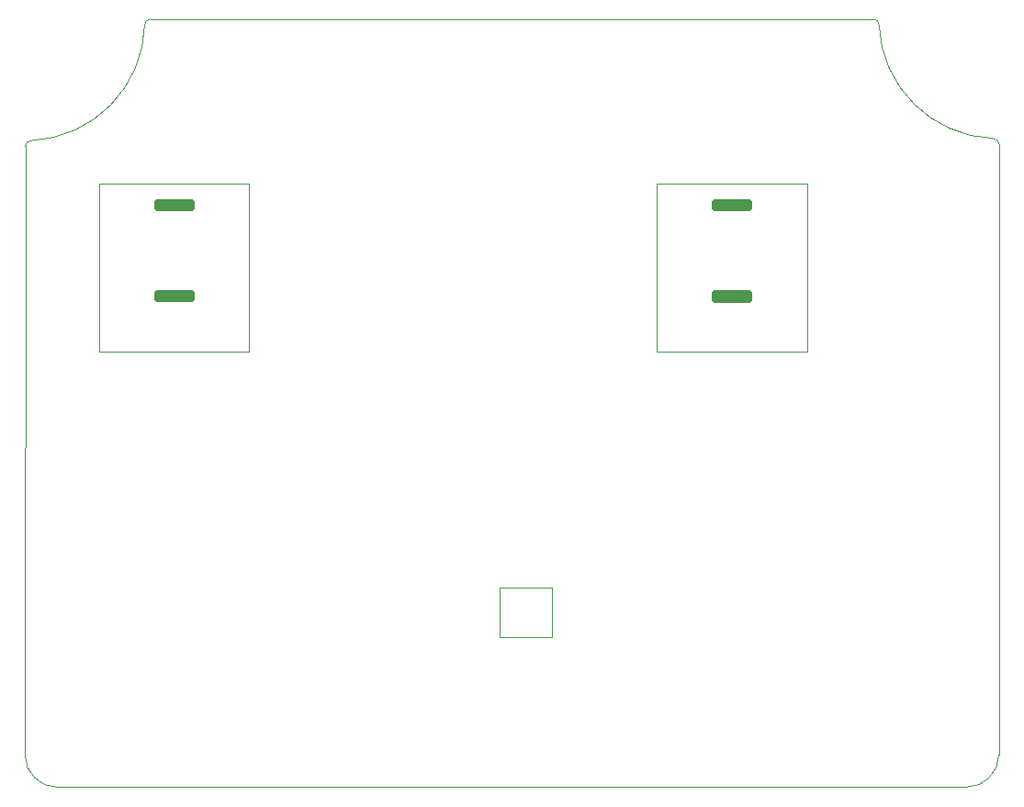
<source format=gbr>
%TF.GenerationSoftware,KiCad,Pcbnew,(6.0.0-0)*%
%TF.CreationDate,2022-01-31T16:21:46-05:00*%
%TF.ProjectId,Valve Wizard Cab Sim,56616c76-6520-4576-997a-617264204361,rev?*%
%TF.SameCoordinates,PX187ff90PY69be500*%
%TF.FileFunction,Other,User*%
%FSLAX46Y46*%
G04 Gerber Fmt 4.6, Leading zero omitted, Abs format (unit mm)*
G04 Created by KiCad (PCBNEW (6.0.0-0)) date 2022-01-31 16:21:46*
%MOMM*%
%LPD*%
G01*
G04 APERTURE LIST*
%TA.AperFunction,Profile*%
%ADD10C,0.100000*%
%TD*%
%TA.AperFunction,Profile*%
%ADD11C,0.500000*%
%TD*%
%ADD12C,0.050000*%
G04 APERTURE END LIST*
D10*
X5360000Y11071320D02*
G75*
G03*
X8360000Y8071320I3000001J1D01*
G01*
X95150000Y67390000D02*
G75*
G03*
X94640000Y67900000I-510002J-2D01*
G01*
X5900624Y67700072D02*
G75*
G03*
X5390624Y67190072I2J-510002D01*
G01*
X5360000Y11071320D02*
X5390624Y67190072D01*
X16910624Y78900073D02*
G75*
G03*
X16400624Y78410696I-1J-510434D01*
G01*
X84098752Y78389376D02*
G75*
G03*
X83588752Y78899376I-510002J-2D01*
G01*
X92140000Y8071320D02*
X8360000Y8071320D01*
X5900624Y67700072D02*
G75*
G03*
X16400624Y78410696I-473508J10966267D01*
G01*
X92140000Y8071320D02*
G75*
G03*
X95140000Y11071320I-1J3000001D01*
G01*
X84098752Y78389376D02*
G75*
G03*
X94640000Y67900000I10950523J463299D01*
G01*
X95150000Y67390000D02*
X95140000Y11071320D01*
X16910624Y78900072D02*
X83588752Y78899376D01*
D11*
%TO.C,RV2*%
X68940000Y53020103D02*
X72140000Y53020103D01*
X72140000Y53020103D02*
X72140000Y53620103D01*
X72140000Y53620103D02*
X68940000Y53620103D01*
X68940000Y53620103D02*
X68940000Y53020103D01*
G36*
X68940000Y53020103D02*
G01*
X72140000Y53020103D01*
X72140000Y53620103D01*
X68940000Y53620103D01*
X68940000Y53020103D01*
G37*
X68940000Y61420103D02*
X72140000Y61420103D01*
X72140000Y61420103D02*
X72140000Y62020103D01*
X72140000Y62020103D02*
X68940000Y62020103D01*
X68940000Y62020103D02*
X68940000Y61420103D01*
G36*
X68940000Y61420103D02*
G01*
X72140000Y61420103D01*
X72140000Y62020103D01*
X68940000Y62020103D01*
X68940000Y61420103D01*
G37*
D12*
X63640000Y63740000D02*
X77450000Y63740000D01*
X63640000Y48240103D02*
X63640000Y63740000D01*
X77450000Y63740000D02*
X77450000Y48240103D01*
X77450000Y48240103D02*
X63640000Y48240103D01*
%TO.C,D3*%
X49125000Y21950000D02*
X53975000Y21950000D01*
X53975000Y21950000D02*
X53975000Y26450000D01*
X53975000Y26450000D02*
X49125000Y26450000D01*
X49125000Y26450000D02*
X49125000Y21950000D01*
D11*
%TO.C,RV1*%
X17520000Y61430000D02*
X20720000Y61430000D01*
X20720000Y61430000D02*
X20720000Y62030000D01*
X20720000Y62030000D02*
X17520000Y62030000D01*
X17520000Y62030000D02*
X17520000Y61430000D01*
G36*
X17520000Y61430000D02*
G01*
X20720000Y61430000D01*
X20720000Y62030000D01*
X17520000Y62030000D01*
X17520000Y61430000D01*
G37*
X17520000Y53030000D02*
X20720000Y53030000D01*
X20720000Y53030000D02*
X20720000Y53630000D01*
X20720000Y53630000D02*
X17520000Y53630000D01*
X17520000Y53630000D02*
X17520000Y53030000D01*
G36*
X17520000Y53030000D02*
G01*
X20720000Y53030000D01*
X20720000Y53630000D01*
X17520000Y53630000D01*
X17520000Y53030000D01*
G37*
D12*
X12220000Y63749897D02*
X26030000Y63749897D01*
X26030000Y48250000D02*
X12220000Y48250000D01*
X12220000Y48250000D02*
X12220000Y63749897D01*
X26030000Y63749897D02*
X26030000Y48250000D01*
%TD*%
M02*

</source>
